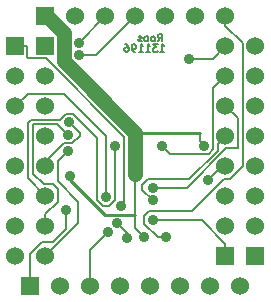
<source format=gbl>
G04 (created by PCBNEW-RS274X (2012-apr-16-27)-stable) date dim. 02 juin 2013 12:40:30 CST*
G01*
G70*
G90*
%MOIN*%
G04 Gerber Fmt 3.4, Leading zero omitted, Abs format*
%FSLAX34Y34*%
G04 APERTURE LIST*
%ADD10C,0.006000*%
%ADD11C,0.006300*%
%ADD12R,0.060000X0.060000*%
%ADD13C,0.060000*%
%ADD14C,0.035000*%
%ADD15C,0.007600*%
%ADD16C,0.050000*%
%ADD17C,0.010000*%
G04 APERTURE END LIST*
G54D10*
G54D11*
X18324Y-23201D02*
X18466Y-23201D01*
X18395Y-23201D02*
X18395Y-22951D01*
X18419Y-22987D01*
X18443Y-23011D01*
X18466Y-23023D01*
X18240Y-22951D02*
X18086Y-22951D01*
X18169Y-23046D01*
X18133Y-23046D01*
X18109Y-23058D01*
X18097Y-23070D01*
X18086Y-23094D01*
X18086Y-23154D01*
X18097Y-23177D01*
X18109Y-23189D01*
X18133Y-23201D01*
X18205Y-23201D01*
X18228Y-23189D01*
X18240Y-23177D01*
X17848Y-23201D02*
X17990Y-23201D01*
X17919Y-23201D02*
X17919Y-22951D01*
X17943Y-22987D01*
X17967Y-23011D01*
X17990Y-23023D01*
X17610Y-23201D02*
X17752Y-23201D01*
X17681Y-23201D02*
X17681Y-22951D01*
X17705Y-22987D01*
X17729Y-23011D01*
X17752Y-23023D01*
X17491Y-23201D02*
X17443Y-23201D01*
X17419Y-23189D01*
X17407Y-23177D01*
X17383Y-23142D01*
X17372Y-23094D01*
X17372Y-22999D01*
X17383Y-22975D01*
X17395Y-22963D01*
X17419Y-22951D01*
X17467Y-22951D01*
X17491Y-22963D01*
X17502Y-22975D01*
X17514Y-22999D01*
X17514Y-23058D01*
X17502Y-23082D01*
X17491Y-23094D01*
X17467Y-23106D01*
X17419Y-23106D01*
X17395Y-23094D01*
X17383Y-23082D01*
X17372Y-23058D01*
X17157Y-22951D02*
X17205Y-22951D01*
X17229Y-22963D01*
X17241Y-22975D01*
X17264Y-23011D01*
X17276Y-23058D01*
X17276Y-23154D01*
X17264Y-23177D01*
X17253Y-23189D01*
X17229Y-23201D01*
X17181Y-23201D01*
X17157Y-23189D01*
X17145Y-23177D01*
X17134Y-23154D01*
X17134Y-23094D01*
X17145Y-23070D01*
X17157Y-23058D01*
X17181Y-23046D01*
X17229Y-23046D01*
X17253Y-23058D01*
X17264Y-23070D01*
X17276Y-23094D01*
X18250Y-22851D02*
X18333Y-22732D01*
X18392Y-22851D02*
X18392Y-22601D01*
X18297Y-22601D01*
X18273Y-22613D01*
X18262Y-22625D01*
X18250Y-22649D01*
X18250Y-22685D01*
X18262Y-22708D01*
X18273Y-22720D01*
X18297Y-22732D01*
X18392Y-22732D01*
X18107Y-22851D02*
X18131Y-22839D01*
X18142Y-22827D01*
X18154Y-22804D01*
X18154Y-22732D01*
X18142Y-22708D01*
X18131Y-22696D01*
X18107Y-22685D01*
X18071Y-22685D01*
X18047Y-22696D01*
X18035Y-22708D01*
X18023Y-22732D01*
X18023Y-22804D01*
X18035Y-22827D01*
X18047Y-22839D01*
X18071Y-22851D01*
X18107Y-22851D01*
X17881Y-22851D02*
X17905Y-22839D01*
X17916Y-22827D01*
X17928Y-22804D01*
X17928Y-22732D01*
X17916Y-22708D01*
X17905Y-22696D01*
X17881Y-22685D01*
X17845Y-22685D01*
X17821Y-22696D01*
X17809Y-22708D01*
X17797Y-22732D01*
X17797Y-22804D01*
X17809Y-22827D01*
X17821Y-22839D01*
X17845Y-22851D01*
X17881Y-22851D01*
X17702Y-22839D02*
X17679Y-22851D01*
X17631Y-22851D01*
X17607Y-22839D01*
X17595Y-22815D01*
X17595Y-22804D01*
X17607Y-22780D01*
X17631Y-22768D01*
X17667Y-22768D01*
X17690Y-22756D01*
X17702Y-22732D01*
X17702Y-22720D01*
X17690Y-22696D01*
X17667Y-22685D01*
X17631Y-22685D01*
X17607Y-22696D01*
G54D12*
X14500Y-22000D03*
G54D13*
X15500Y-22000D03*
X16500Y-22000D03*
X17500Y-22000D03*
X18500Y-22000D03*
X19500Y-22000D03*
X20500Y-22000D03*
G54D12*
X14000Y-31000D03*
G54D13*
X15000Y-31000D03*
X16000Y-31000D03*
X17000Y-31000D03*
X18000Y-31000D03*
X19000Y-31000D03*
X20000Y-31000D03*
X21000Y-31000D03*
G54D12*
X21500Y-30000D03*
G54D13*
X21500Y-29000D03*
X21500Y-28000D03*
X21500Y-27000D03*
X21500Y-26000D03*
X21500Y-25000D03*
X21500Y-24000D03*
X21500Y-23000D03*
G54D12*
X20500Y-30000D03*
G54D13*
X20500Y-29000D03*
X20500Y-28000D03*
X20500Y-27000D03*
X20500Y-26000D03*
X20500Y-25000D03*
X20500Y-24000D03*
X20500Y-23000D03*
G54D12*
X14500Y-23000D03*
G54D13*
X14500Y-24000D03*
X14500Y-25000D03*
X14500Y-26000D03*
X14500Y-27000D03*
X14500Y-28000D03*
X14500Y-29000D03*
X14500Y-30000D03*
G54D12*
X13500Y-23000D03*
G54D13*
X13500Y-24000D03*
X13500Y-25000D03*
X13500Y-26000D03*
X13500Y-27000D03*
X13500Y-28000D03*
X13500Y-29000D03*
X13500Y-30000D03*
G54D14*
X16893Y-28922D03*
X17204Y-29393D03*
X15602Y-23314D03*
X15606Y-22900D03*
X19796Y-26324D03*
X17791Y-29366D03*
X15334Y-27352D03*
X18528Y-29373D03*
X15288Y-25554D03*
X15267Y-25968D03*
X16526Y-28049D03*
X16599Y-29212D03*
X15249Y-26521D03*
X16823Y-26326D03*
X17012Y-28345D03*
X18075Y-28815D03*
X19916Y-27460D03*
X18074Y-28140D03*
X18101Y-27726D03*
X18399Y-26337D03*
X19283Y-23430D03*
X15173Y-28486D03*
G54D15*
X17204Y-29233D02*
X16893Y-28922D01*
X17204Y-29393D02*
X17204Y-29233D01*
X17500Y-22000D02*
X16186Y-23314D01*
X16186Y-23314D02*
X15602Y-23314D01*
X15606Y-22894D02*
X15606Y-22900D01*
X16500Y-22000D02*
X15606Y-22894D01*
G54D16*
X17500Y-25902D02*
X15114Y-23516D01*
G54D17*
X16499Y-28634D02*
X15334Y-27469D01*
G54D16*
X17500Y-25910D02*
X17500Y-25902D01*
G54D17*
X15334Y-27469D02*
X15334Y-27352D01*
X17500Y-28634D02*
X16499Y-28634D01*
G54D15*
X19612Y-25910D02*
X19619Y-25910D01*
G54D16*
X17500Y-27290D02*
X17500Y-25910D01*
G54D17*
X17500Y-25910D02*
X19612Y-25910D01*
G54D15*
X19660Y-25910D02*
X19660Y-26188D01*
X19660Y-26188D02*
X19796Y-26324D01*
G54D17*
X19619Y-25910D02*
X19660Y-25910D01*
G54D16*
X15114Y-23516D02*
X15114Y-22570D01*
G54D15*
X17500Y-27290D02*
X17500Y-28634D01*
X17500Y-29075D02*
X17791Y-29366D01*
X17500Y-28634D02*
X17500Y-29075D01*
G54D16*
X15114Y-22570D02*
X14544Y-22000D01*
X14544Y-22000D02*
X14500Y-22000D01*
G54D15*
X20441Y-27430D02*
X19375Y-28496D01*
X19375Y-28496D02*
X17961Y-28496D01*
X20500Y-22000D02*
X20500Y-22339D01*
X20500Y-22339D02*
X21077Y-22916D01*
X21077Y-22916D02*
X21077Y-27003D01*
X21077Y-27003D02*
X20650Y-27430D01*
X20650Y-27430D02*
X20441Y-27430D01*
X17961Y-28496D02*
X17799Y-28658D01*
X17799Y-28929D02*
X18243Y-29373D01*
X18243Y-29373D02*
X18528Y-29373D01*
X17799Y-28658D02*
X17799Y-28929D01*
X15390Y-26244D02*
X15640Y-25994D01*
X14500Y-27000D02*
X14500Y-26873D01*
X15640Y-25906D02*
X15288Y-25554D01*
X14500Y-26873D02*
X15129Y-26244D01*
X15640Y-25994D02*
X15640Y-25906D01*
X15129Y-26244D02*
X15390Y-26244D01*
X14902Y-27757D02*
X14743Y-27598D01*
X14743Y-27598D02*
X14436Y-27598D01*
X14500Y-29000D02*
X14500Y-28611D01*
X14500Y-28611D02*
X14902Y-28209D01*
X14902Y-28209D02*
X14902Y-27757D01*
X14098Y-27260D02*
X14098Y-25619D01*
X14098Y-25619D02*
X14119Y-25598D01*
X14119Y-25598D02*
X14897Y-25598D01*
X14897Y-25598D02*
X15267Y-25968D01*
X14436Y-27598D02*
X14098Y-27260D01*
X13902Y-24598D02*
X15126Y-24598D01*
X15126Y-24598D02*
X16526Y-25998D01*
X16526Y-25998D02*
X16526Y-28049D01*
X13500Y-25000D02*
X13902Y-24598D01*
X16000Y-29811D02*
X16599Y-29212D01*
X16000Y-31000D02*
X16000Y-29811D01*
X14917Y-26853D02*
X15249Y-26521D01*
X14917Y-27518D02*
X14917Y-26853D01*
X15596Y-28197D02*
X14917Y-27518D01*
X15596Y-28904D02*
X15596Y-28197D01*
X14500Y-30000D02*
X15596Y-28904D01*
X14029Y-25458D02*
X14994Y-25458D01*
X15187Y-25265D02*
X15407Y-25265D01*
X14994Y-25458D02*
X15187Y-25265D01*
X13902Y-25585D02*
X14029Y-25458D01*
X13902Y-27402D02*
X13902Y-25585D01*
X14500Y-28000D02*
X13902Y-27402D01*
X16227Y-28148D02*
X16434Y-28355D01*
X15407Y-25265D02*
X16227Y-26085D01*
X16823Y-28144D02*
X16823Y-26326D01*
X16612Y-28355D02*
X16823Y-28144D01*
X16227Y-26085D02*
X16227Y-28148D01*
X16434Y-28355D02*
X16612Y-28355D01*
X13901Y-23380D02*
X13901Y-23000D01*
X13922Y-23401D02*
X13901Y-23380D01*
X14502Y-23401D02*
X13922Y-23401D01*
X17134Y-26033D02*
X14502Y-23401D01*
X17134Y-28223D02*
X17134Y-26033D01*
X17012Y-28345D02*
X17134Y-28223D01*
X13500Y-23000D02*
X13901Y-23000D01*
X20500Y-30000D02*
X20500Y-29599D01*
X19716Y-28815D02*
X18075Y-28815D01*
X20500Y-29599D02*
X19716Y-28815D01*
X20376Y-27000D02*
X19916Y-27460D01*
X20500Y-27000D02*
X20376Y-27000D01*
X19285Y-27449D02*
X20236Y-26498D01*
X18074Y-28140D02*
X17731Y-27797D01*
X17731Y-27625D02*
X17907Y-27449D01*
X20236Y-26264D02*
X20500Y-26000D01*
X17907Y-27449D02*
X19285Y-27449D01*
X17731Y-27797D02*
X17731Y-27625D01*
X20236Y-26498D02*
X20236Y-26264D01*
X19205Y-27726D02*
X20520Y-26411D01*
X18101Y-27726D02*
X19205Y-27726D01*
X20520Y-26411D02*
X20520Y-26410D01*
X20912Y-26396D02*
X20912Y-25412D01*
X20520Y-26410D02*
X20898Y-26410D01*
X20898Y-26410D02*
X20912Y-26396D01*
X20912Y-25412D02*
X20500Y-25000D01*
X18663Y-26601D02*
X18399Y-26337D01*
X19936Y-26601D02*
X18663Y-26601D01*
X20097Y-26440D02*
X19936Y-26601D01*
X20097Y-24403D02*
X20097Y-26440D01*
X20500Y-24000D02*
X20097Y-24403D01*
X20070Y-23430D02*
X19283Y-23430D01*
X20500Y-23000D02*
X20070Y-23430D01*
X15173Y-28486D02*
X15173Y-29110D01*
X15173Y-29110D02*
X14747Y-29536D01*
X14747Y-29536D02*
X14396Y-29536D01*
X14000Y-29932D02*
X14000Y-31000D01*
X14396Y-29536D02*
X14000Y-29932D01*
M02*

</source>
